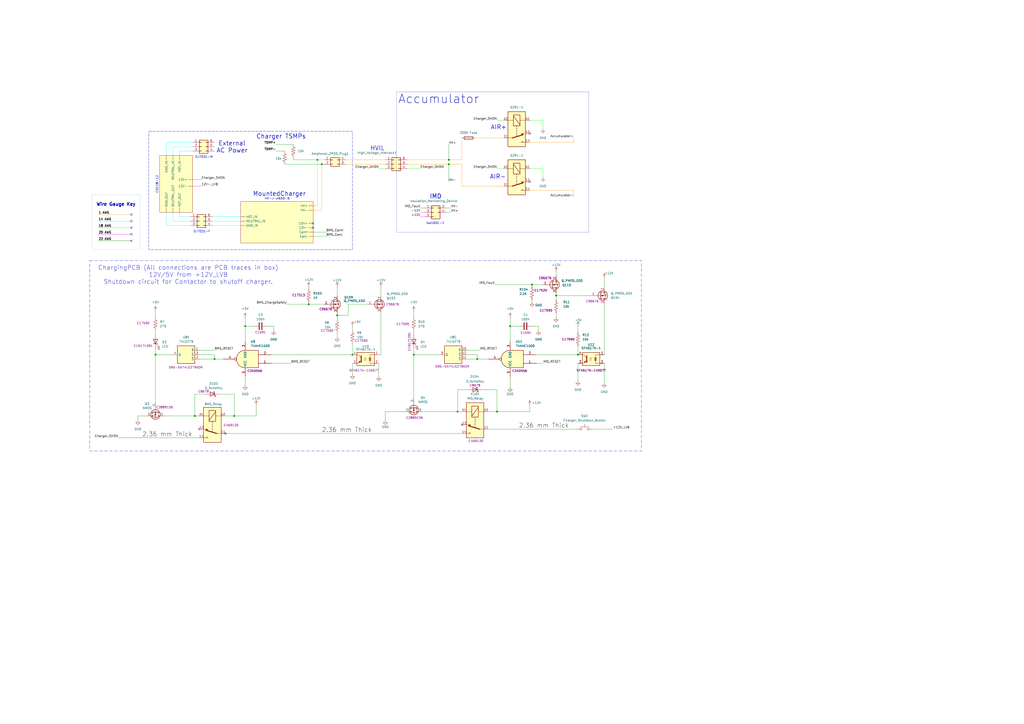
<source format=kicad_sch>
(kicad_sch (version 20250114) (generator "eeschema") (generator_version "9.0")
  (paper "A2")
  (lib_symbols
    (symbol "74xGxx:74AHC1G00"
      (property "Reference" "U" (at -2.54 3.81 0))
      (property "Value" "74AHC1G00" (at 0 -3.81 0))
      (symbol "74AHC1G00_1_1"
        (pin input line (at -15.24 2.54 0) (length 7.62) (name "~") (number "1"))
        (pin input line (at -15.24 -2.54 0) (length 7.62) (name "~") (number "2"))
        (pin power_in line (at 0 10.16 270) (length 5.08) (name "VCC") (number "5"))
        (pin power_in line (at 0 -10.16 90) (length 5.08) (name "GND") (number "3"))
        (pin output inverted (at 12.7 0 180) (length 7.62) (name "~") (number "4"))
      )
    )
    (symbol "74xx:74LS279"
      (property "Reference" "U" (at -7.874 8.636 0))
      (property "Value" "74LS279" (at -4.318 -8.636 0))
      (symbol "74LS279_1_1"
        (pin input line (at -7.62 2.54 0) (length 2.54) (name "~{S}") (number "2"))
        (pin input line (at -7.62 0 0) (length 2.54) (name "~{S}") (number "3"))
        (pin input line (at -7.62 -2.54 0) (length 2.54) (name "~{R}") (number "1"))
        (pin output line (at 7.62 0 180) (length 2.54) (name "Q") (number "4"))
      )
      (symbol "74LS279_2_1"
        (pin input line (at -7.62 2.54 0) (length 2.54) (name "~{S}") (number "6"))
        (pin input line (at -7.62 -2.54 0) (length 2.54) (name "~{R}") (number "5"))
        (pin output line (at 7.62 0 180) (length 2.54) (name "Q") (number "7"))
      )
      (symbol "74LS279_3_1"
        (pin input line (at -7.62 2.54 0) (length 2.54) (name "~{S}") (number "11"))
        (pin input line (at -7.62 0 0) (length 2.54) (name "~{S}") (number "12"))
        (pin input line (at -7.62 -2.54 0) (length 2.54) (name "~{R}") (number "10"))
        (pin output line (at 7.62 0 180) (length 2.54) (name "Q") (number "9"))
      )
      (symbol "74LS279_4_1"
        (pin input line (at -7.62 2.54 0) (length 2.54) (name "~{S}") (number "15"))
        (pin input line (at -7.62 -2.54 0) (length 2.54) (name "~{R}") (number "14"))
        (pin output line (at 7.62 0 180) (length 2.54) (name "Q") (number "13"))
      )
      (symbol "74LS279_5_0"
        (pin power_in line (at 0 10.16 270) (length 2.54) (name "VCC") (number "16"))
        (pin power_in line (at 0 -10.16 90) (length 2.54) (name "GND") (number "8"))
      )
    )
    (symbol "Connector_Generic:Conn_02x02_Counter_Clockwise" (pin_names (offset 1.016) (hide yes))
      (property "Reference" "J" (at 1.27 2.54 0))
      (property "Value" "Conn_02x02_Counter_Clockwise" (at 1.27 -5.08 0))
      (symbol "Conn_02x02_Counter_Clockwise_1_1"
        (pin passive line (at -5.08 0 0) (length 3.81) (name "Pin_1") (number "1"))
        (pin passive line (at -5.08 -2.54 0) (length 3.81) (name "Pin_2") (number "2"))
        (pin passive line (at 7.62 0 180) (length 3.81) (name "Pin_4") (number "4"))
        (pin passive line (at 7.62 -2.54 180) (length 3.81) (name "Pin_3") (number "3"))
      )
    )
    (symbol "Connector_Generic:Conn_02x03_Counter_Clockwise" (pin_names (offset 1.016) (hide yes))
      (property "Reference" "J" (at 1.27 5.08 0))
      (property "Value" "Conn_02x03_Counter_Clockwise" (at 1.27 -5.08 0))
      (symbol "Conn_02x03_Counter_Clockwise_1_1"
        (pin passive line (at -5.08 2.54 0) (length 3.81) (name "Pin_1") (number "1"))
        (pin passive line (at -5.08 0 0) (length 3.81) (name "Pin_2") (number "2"))
        (pin passive line (at -5.08 -2.54 0) (length 3.81) (name "Pin_3") (number "3"))
        (pin passive line (at 7.62 2.54 180) (length 3.81) (name "Pin_6") (number "6"))
        (pin passive line (at 7.62 0 180) (length 3.81) (name "Pin_5") (number "5"))
        (pin passive line (at 7.62 -2.54 180) (length 3.81) (name "Pin_4") (number "4"))
      )
    )
    (symbol "Connector_Generic:Conn_2Rows-05Pins" (pin_names (offset 1.016) (hide yes))
      (property "Reference" "J" (at 1.27 5.08 0))
      (property "Value" "Conn_2Rows-05Pins" (at 1.27 -5.08 0))
      (symbol "Conn_2Rows-05Pins_1_1"
        (pin passive line (at -5.08 2.54 0) (length 3.81) (name "Pin_1") (number "1"))
        (pin passive line (at -5.08 0 0) (length 3.81) (name "Pin_3") (number "3"))
        (pin passive line (at -5.08 -2.54 0) (length 3.81) (name "Pin_5") (number "5"))
        (pin passive line (at 7.62 2.54 180) (length 3.81) (name "Pin_2") (number "2"))
        (pin passive line (at 7.62 0 180) (length 3.81) (name "Pin_4") (number "4"))
      )
    )
    (symbol "Device:C" (pin_numbers (hide yes)) (pin_names (offset 0.254))
      (property "Reference" "C" (at 0.635 2.54 0))
      (property "Value" "C" (at 0.635 -2.54 0))
      (symbol "C_1_1"
        (pin passive line (at 0 3.81 270) (length 2.794) (name "~") (number "1"))
        (pin passive line (at 0 -3.81 90) (length 2.794) (name "~") (number "2"))
      )
    )
    (symbol "Device:D_Schottky" (pin_numbers (hide yes)) (pin_names (offset 1.016) (hide yes))
      (property "Reference" "D" (at 0 2.54 0))
      (property "Value" "D_Schottky" (at 0 -2.54 0))
      (symbol "D_Schottky_1_1"
        (pin passive line (at -3.81 0 0) (length 2.54) (name "K") (number "1"))
        (pin passive line (at 3.81 0 180) (length 2.54) (name "A") (number "2"))
      )
    )
    (symbol "Device:Fuse" (pin_numbers (hide yes)) (pin_names (offset 0))
      (property "Reference" "F" (at 2.032 0 90))
      (property "Value" "Fuse" (at -1.905 0 90))
      (symbol "Fuse_1_1"
        (pin passive line (at 0 3.81 270) (length 1.27) (name "~") (number "1"))
        (pin passive line (at 0 -3.81 90) (length 1.27) (name "~") (number "2"))
      )
    )
    (symbol "Device:LED" (pin_numbers (hide yes)) (pin_names (offset 1.016) (hide yes))
      (property "Reference" "D" (at 0 2.54 0))
      (property "Value" "LED" (at 0 -2.54 0))
      (symbol "LED_1_1"
        (pin passive line (at -3.81 0 0) (length 2.54) (name "K") (number "1"))
        (pin passive line (at 3.81 0 180) (length 2.54) (name "A") (number "2"))
      )
    )
    (symbol "Device:R_US" (pin_numbers (hide yes)) (pin_names (offset 0))
      (property "Reference" "R" (at 2.54 0 90))
      (property "Value" "R_US" (at -2.54 0 90))
      (symbol "R_US_1_1"
        (pin passive line (at 0 3.81 270) (length 1.27) (name "~") (number "1"))
        (pin passive line (at 0 -3.81 90) (length 1.27) (name "~") (number "2"))
      )
    )
    (symbol "Isolator:SFH617A-1" (pin_names (offset 1.016))
      (property "Reference" "U" (at -5.08 5.08 0))
      (property "Value" "SFH617A-1" (at 0 5.08 0))
      (symbol "SFH617A-1_1_1"
        (pin passive line (at -7.62 2.54 0) (length 2.54) (name "~") (number "1"))
        (pin passive line (at -7.62 -2.54 0) (length 2.54) (name "~") (number "2"))
        (pin passive line (at 7.62 2.54 180) (length 2.54) (name "~") (number "4"))
        (pin passive line (at 7.62 -2.54 180) (length 2.54) (name "~") (number "3"))
      )
    )
    (symbol "New_Library:CDC18-12"
      (symbol "CDC18-12_1_1"
        (pin input line (at -16.51 6.35 0) (length 2.54) (name "HOT_IN") (number ""))
        (pin input line (at -16.51 2.54 0) (length 2.54) (name "NEUTRAL_IN") (number ""))
        (pin input line (at -16.51 -1.27 0) (length 2.54) (name "GND_IN") (number ""))
        (pin input line (at -2.54 13.97 270) (length 2.54) (name "12V+") (number ""))
        (pin output line (at 1.27 13.97 270) (length 2.54) (name "12V-") (number ""))
        (pin output line (at 16.51 6.35 180) (length 2.54) (name "HOT_OUT") (number ""))
        (pin output line (at 16.51 2.54 180) (length 2.54) (name "NEUTRAL_OUT") (number ""))
        (pin output line (at 16.51 -1.27 180) (length 2.54) (name "GND_OUT") (number ""))
      )
    )
    (symbol "New_Library:ElCon_Charger"
      (symbol "ElCon_Charger_1_1"
        (pin input line (at -10.16 -8.89 0) (length 2.54) (name "HOT_IN") (number ""))
        (pin input line (at -10.16 -11.43 0) (length 2.54) (name "NEUTRAL_IN") (number ""))
        (pin input line (at -10.16 -13.97 0) (length 2.54) (name "GND_IN") (number ""))
        (pin output line (at 31.75 -2.54 180) (length 2.54) (name "HV+") (number ""))
        (pin output line (at 31.75 -5.08 180) (length 2.54) (name "HV-") (number ""))
        (pin output line (at 31.75 -12.7 180) (length 2.54) (name "12V+") (number ""))
        (pin output line (at 31.75 -15.24 180) (length 2.54) (name "12V-") (number ""))
        (pin output line (at 31.75 -17.78 180) (length 2.54) (name "CanH") (number ""))
        (pin output line (at 31.75 -20.32 180) (length 2.54) (name "CanL") (number ""))
      )
    )
    (symbol "Relay:G2RL-1"
      (property "Reference" "K" (at 11.43 3.81 0))
      (property "Value" "G2RL-1" (at 11.43 1.27 0))
      (symbol "G2RL-1_1_1"
        (pin passive line (at -5.08 7.62 270) (length 2.54) (name "~") (number "A1"))
        (pin passive line (at -5.08 -7.62 90) (length 2.54) (name "~") (number "A2"))
        (pin passive line (at 2.54 7.62 270) (length 2.54) (name "~") (number "12"))
        (pin passive line (at 5.08 -7.62 90) (length 2.54) (name "~") (number "11"))
        (pin passive line (at 7.62 7.62 270) (length 2.54) (name "~") (number "14"))
      )
    )
    (symbol "Simulation_SPICE:NMOS" (pin_numbers (hide yes)) (pin_names (offset 0))
      (property "Reference" "Q" (at 5.08 1.27 0))
      (property "Value" "NMOS" (at 5.08 -1.27 0))
      (symbol "NMOS_1_1"
        (pin input line (at -5.08 0 0) (length 2.54) (name "G") (number "2"))
        (pin passive line (at 2.54 5.08 270) (length 2.54) (name "D") (number "1"))
        (pin passive line (at 2.54 -5.08 90) (length 2.54) (name "S") (number "3"))
      )
    )
    (symbol "Switch:SW_Push" (pin_numbers (hide yes)) (pin_names (offset 1.016) (hide yes))
      (property "Reference" "SW" (at 1.27 2.54 0))
      (property "Value" "SW_Push" (at 0 -1.524 0))
      (symbol "SW_Push_0_1"
        (pin passive line (at -5.08 0 0) (length 2.54) (name "1") (number "1"))
        (pin passive line (at 5.08 0 180) (length 2.54) (name "2") (number "2"))
      )
    )
    (symbol "Transistor_FET:Q_PMOS_GSD" (pin_names (offset 0) (hide yes))
      (property "Reference" "Q" (at 5.08 1.905 0))
      (property "Value" "Q_PMOS_GSD" (at 5.08 0 0))
      (symbol "Q_PMOS_GSD_1_1"
        (pin input line (at -5.08 0 0) (length 2.54) (name "G") (number "1"))
        (pin passive line (at 2.54 5.08 270) (length 2.54) (name "D") (number "3"))
        (pin passive line (at 2.54 -5.08 90) (length 2.54) (name "S") (number "2"))
      )
    )
    (symbol "power:+12V" (power) (pin_numbers (hide yes)) (pin_names (offset 0) (hide yes))
      (property "Value" "+12V" (at 0 3.556 0))
      (symbol "+12V_1_1"
        (pin power_in line (at 0 0 90) (length 0) (name "~") (number "1"))
      )
    )
    (symbol "power:+5V" (power) (pin_numbers (hide yes)) (pin_names (offset 0) (hide yes))
      (property "Value" "+5V" (at 0 3.556 0))
      (symbol "+5V_1_1"
        (pin power_in line (at 0 0 90) (length 0) (name "~") (number "1"))
      )
    )
    (symbol "power:GND" (power) (pin_numbers (hide yes)) (pin_names (offset 0) (hide yes))
      (property "Value" "GND" (at 0 -3.81 0))
      (symbol "GND_1_1"
        (pin power_in line (at 0 0 270) (length 0) (name "~") (number "1"))
      )
    )
    (symbol "power:GNDREF" (power) (pin_numbers (hide yes)) (pin_names (offset 0) (hide yes))
      (property "Value" "GNDREF" (at 0 -3.81 0))
      (symbol "GNDREF_1_1"
        (pin power_in line (at 0 0 270) (length 0) (name "~") (number "1"))
      )
    )
  )
  (rectangle (start 52.07 151.13) (end 372.11 261.62) (stroke (width 0) (type dash_dot)))
  (rectangle (start 86.36 76.2) (end 204.47 144.78) (stroke (width 0) (type dash)))
  (text "Wire Gauge Key" (at 67.31 118.618 0) (effects (font (size 1.905 1.905) (thickness 0.381) (bold yes))))
  (text "IMD" (at 252.73 114.046 0) (effects (font (size 2.54 2.54) (thickness 0.3175))))
  (text "MountedCharger" (at 162.052 112.522 0) (effects (font (size 2.54 2.54) (thickness 0.254) (bold yes))))
  (text "External\nAC Power" (at 134.62 85.344 0) (effects (font (size 2.54 2.54) (thickness 0.254) (bold yes))))
  (text "AIR+" (at 289.306 73.914 0) (effects (font (size 2.54 2.54) (thickness 0.254) (bold yes))))
  (text "HK-J-H650-6" (at 160.782 115.316 0) (effects (font (size 1.27 1.27))))
  (text "DJ7031-F" (at 117.094 134.366 0) (effects (font (size 1.27 1.27))))
  (text "CDC18-12" (at 91.186 106.934 90) (effects (font (size 1.27 1.27))))
  (text "iso165C-1" (at 252.476 129.54 0) (effects (font (size 1.27 1.27))))
  (text "ChargingPCB (All connections are PCB traces in box)\n12V/5V from +12V_LVB\nShutdown circuit for Contactor to shutoff charger." (at 109.22 159.512 0) (effects (font (size 2.54 2.54))))
  (text "Charger TSMPs" (at 163.068 79.248 0) (effects (font (size 2.54 2.54) (thickness 0.254) (bold yes))))
  (text "DJ7031-M" (at 118.364 91.186 0) (effects (font (size 1.27 1.27))))
  (text "HVIL" (at 218.948 86.106 0) (effects (font (size 2.54 2.54) (thickness 0.254) (bold yes))))
  (text "AIR-" (at 288.798 102.616 0) (effects (font (size 2.54 2.54) (thickness 0.254) (bold yes))))
  (text_box "" (at 53.34 113.03 0) (size 27.94 31.75) (margins 0.9525 0.9525 0.9525 0.9525) (stroke (width 0) (type dot)) (fill (type color) (color 255 255 255 1)) (effects (font (size 1.27 1.27) (thickness 0.254) (bold yes)) (justify left top)))
  (text_box "Accumulator" (at 229.87 53.34 0) (size 111.76 81.28) (margins 0.9525 0.9525 0.9525 0.9525) (stroke (width 0.0508)) (fill (type color) (color 255 255 255 1)) (effects (font (size 5.08 5.08) (thickness 0.254) (bold yes)) (justify left top)))
  (junction (at 265.43 238.76))
  (junction (at 142.24 189.23))
  (junction (at 124.46 208.28))
  (junction (at 179.07 176.53))
  (junction (at 130.81 251.46))
  (junction (at 260.35 92.71))
  (junction (at 288.29 238.76))
  (junction (at 113.03 241.3))
  (junction (at 135.89 241.3))
  (junction (at 308.61 165.1))
  (junction (at 295.91 189.23))
  (junction (at 184.15 92.71))
  (junction (at 204.47 205.74))
  (junction (at 240.03 205.74))
  (junction (at 186.69 95.25))
  (junction (at 322.58 171.45))
  (junction (at 90.17 205.74))
  (junction (at 195.58 182.88))
  (junction (at 335.28 205.74))
  (junction (at 260.35 95.25))
  (junction (at 276.86 208.28))
  (no_connect (at 307.34 105.41))
  (no_connect (at 76.2 128.27))
  (no_connect (at 115.57 248.92))
  (no_connect (at 267.97 246.38))
  (no_connect (at 76.2 139.7))
  (no_connect (at 181.61 132.08))
  (no_connect (at 76.2 124.46))
  (no_connect (at 181.61 129.54))
  (no_connect (at 307.34 77.47))
  (no_connect (at 76.2 135.89))
  (no_connect (at 76.2 132.08))
  (wire (pts (xy 96.52 130.81) (xy 110.49 130.81)) (stroke (width 0) (color 0 255 255 1)))
  (wire (pts (xy 142.24 184.15) (xy 142.24 189.23)))
  (wire (pts (xy 240.03 205.74) (xy 240.03 231.14)))
  (wire (pts (xy 104.14 123.19) (xy 104.14 125.73)) (stroke (width 0) (color 0 255 255 1)))
  (wire (pts (xy 240.03 191.77) (xy 240.03 194.31)))
  (wire (pts (xy 246.38 120.65) (xy 243.84 120.65)))
  (wire (pts (xy 142.24 218.44) (xy 142.24 223.52)))
  (wire (pts (xy 130.81 251.46) (xy 267.97 251.46)))
  (wire (pts (xy 170.18 92.71) (xy 170.18 91.44)))
  (wire (pts (xy 195.58 195.58) (xy 195.58 193.04)))
  (wire (pts (xy 335.28 210.82) (xy 335.28 220.98)))
  (wire (pts (xy 265.43 238.76) (xy 265.43 226.06)))
  (wire (pts (xy 186.69 95.25) (xy 187.96 95.25)) (stroke (width 0) (color 0 132 0 1)))
  (wire (pts (xy 335.28 189.23) (xy 335.28 193.04)))
  (wire (pts (xy 260.35 95.25) (xy 267.97 95.25)) (stroke (width 0) (color 255 153 0 1)))
  (wire (pts (xy 276.86 205.74) (xy 276.86 208.28)))
  (wire (pts (xy 265.43 226.06) (xy 271.78 226.06)))
  (wire (pts (xy 195.58 182.88) (xy 201.93 182.88)))
  (wire (pts (xy 223.52 95.25) (xy 200.66 95.25)) (stroke (width 0) (color 255 153 0 1)))
  (wire (pts (xy 240.03 205.74) (xy 240.03 201.93)))
  (wire (pts (xy 170.18 92.71) (xy 184.15 92.71)) (stroke (width 0) (color 0 194 0 1)))
  (wire (pts (xy 115.57 203.2) (xy 124.46 203.2)))
  (wire (pts (xy 295.91 184.15) (xy 295.91 189.23)))
  (wire (pts (xy 220.98 205.74) (xy 219.71 205.74)))
  (wire (pts (xy 287.02 165.1) (xy 308.61 165.1)))
  (wire (pts (xy 276.86 208.28) (xy 283.21 208.28)))
  (wire (pts (xy 57.15 135.89) (xy 76.2 135.89)) (stroke (width 0) (color 255 0 255 1)))
  (wire (pts (xy 311.15 205.74) (xy 335.28 205.74)))
  (wire (pts (xy 288.29 238.76) (xy 307.34 238.76)))
  (wire (pts (xy 275.59 80.01) (xy 292.1 80.01)) (stroke (width 0) (color 255 153 0 1)))
  (wire (pts (xy 219.71 210.82) (xy 219.71 218.44)))
  (wire (pts (xy 90.17 205.74) (xy 90.17 201.93)))
  (wire (pts (xy 148.59 241.3) (xy 135.89 241.3)))
  (wire (pts (xy 195.58 185.42) (xy 195.58 182.88)))
  (wire (pts (xy 165.1 95.25) (xy 186.69 95.25)) (stroke (width 0) (color 0 194 0 1)))
  (wire (pts (xy 350.52 176.53) (xy 350.52 205.74)))
  (wire (pts (xy 179.07 175.26) (xy 179.07 176.53)))
  (wire (pts (xy 332.74 114.3) (xy 332.74 110.49)) (stroke (width 0) (color 255 153 0 1)))
  (wire (pts (xy 179.07 166.37) (xy 179.07 167.64)))
  (wire (pts (xy 295.91 189.23) (xy 295.91 198.12)))
  (wire (pts (xy 260.35 95.25) (xy 260.35 105.41)))
  (wire (pts (xy 322.58 184.15) (xy 322.58 181.61)))
  (wire (pts (xy 95.25 241.3) (xy 113.03 241.3)))
  (wire (pts (xy 104.14 87.63) (xy 111.76 87.63)) (stroke (width 0) (color 0 255 255 1)))
  (wire (pts (xy 288.29 97.79) (xy 292.1 97.79)) (stroke (width 0) (color 0 255 0 1)))
  (wire (pts (xy 157.48 210.82) (xy 168.91 210.82)))
  (wire (pts (xy 160.02 83.82) (xy 170.18 83.82)))
  (wire (pts (xy 295.91 189.23) (xy 300.99 189.23)))
  (wire (pts (xy 113.03 228.6) (xy 113.03 241.3)))
  (wire (pts (xy 160.02 87.63) (xy 165.1 87.63)))
  (wire (pts (xy 307.34 69.85) (xy 314.96 69.85)) (stroke (width 0) (color 0 255 0 1)))
  (wire (pts (xy 267.97 80.01) (xy 267.97 92.71)) (stroke (width 0) (color 255 153 0 1)))
  (wire (pts (xy 80.01 241.3) (xy 85.09 241.3)))
  (wire (pts (xy 181.61 119.38) (xy 184.15 119.38)) (stroke (width 0) (color 255 153 0 1)))
  (wire (pts (xy 279.4 226.06) (xy 288.29 226.06)))
  (wire (pts (xy 119.38 228.6) (xy 113.03 228.6)))
  (wire (pts (xy 115.57 241.3) (xy 113.03 241.3)))
  (wire (pts (xy 307.34 97.79) (xy 314.96 97.79)) (stroke (width 0) (color 0 255 0 1)))
  (wire (pts (xy 270.51 208.28) (xy 276.86 208.28)))
  (wire (pts (xy 135.89 241.3) (xy 130.81 241.3)))
  (wire (pts (xy 246.38 125.73) (xy 243.84 125.73)) (stroke (width 0) (color 255 0 255 1)))
  (wire (pts (xy 270.51 205.74) (xy 276.86 205.74)))
  (wire (pts (xy 186.69 95.25) (xy 186.69 121.92)) (stroke (width 0) (color 255 153 0 1)))
  (wire (pts (xy 261.62 120.65) (xy 259.08 120.65)))
  (wire (pts (xy 111.76 104.14) (xy 116.84 104.14)) (stroke (width 0) (color 255 0 255 1)))
  (wire (pts (xy 166.37 176.53) (xy 179.07 176.53)))
  (wire (pts (xy 350.52 210.82) (xy 350.52 222.25)))
  (wire (pts (xy 96.52 130.81) (xy 96.52 123.19)) (stroke (width 0) (color 0 255 255 1)))
  (wire (pts (xy 260.35 83.82) (xy 260.35 92.71)))
  (wire (pts (xy 332.74 110.49) (xy 307.34 110.49)) (stroke (width 0) (color 255 153 0 1)))
  (wire (pts (xy 240.03 180.34) (xy 240.03 184.15)))
  (wire (pts (xy 100.33 90.17) (xy 100.33 85.09)) (stroke (width 0) (color 0 255 255 1)))
  (wire (pts (xy 223.52 238.76) (xy 223.52 243.84)))
  (wire (pts (xy 204.47 210.82) (xy 204.47 217.17)))
  (wire (pts (xy 80.01 241.3) (xy 80.01 243.84)))
  (wire (pts (xy 181.61 134.62) (xy 189.23 134.62)))
  (wire (pts (xy 236.22 95.25) (xy 260.35 95.25)) (stroke (width 0) (color 255 153 0 1)))
  (wire (pts (xy 260.35 92.71) (xy 267.97 92.71)) (stroke (width 0) (color 255 153 0 1)))
  (wire (pts (xy 90.17 191.77) (xy 90.17 194.31)))
  (wire (pts (xy 204.47 189.23) (xy 204.47 191.77)))
  (wire (pts (xy 179.07 176.53) (xy 187.96 176.53)))
  (wire (pts (xy 127 228.6) (xy 135.89 228.6)))
  (wire (pts (xy 104.14 90.17) (xy 104.14 87.63)) (stroke (width 0) (color 0 255 255 1)))
  (wire (pts (xy 100.33 128.27) (xy 110.49 128.27)) (stroke (width 0) (color 0 255 255 1)))
  (wire (pts (xy 332.74 82.55) (xy 332.74 80.01)) (stroke (width 0) (color 255 153 0 1)))
  (wire (pts (xy 322.58 157.48) (xy 322.58 160.02)))
  (wire (pts (xy 322.58 171.45) (xy 342.9 171.45)))
  (wire (pts (xy 288.29 69.85) (xy 292.1 69.85)) (stroke (width 0) (color 0 255 0 1)))
  (wire (pts (xy 322.58 170.18) (xy 322.58 171.45)))
  (wire (pts (xy 350.52 161.29) (xy 350.52 166.37)))
  (wire (pts (xy 219.71 97.79) (xy 223.52 97.79)) (stroke (width 0) (color 0 255 0 1)))
  (wire (pts (xy 308.61 166.37) (xy 308.61 165.1)))
  (wire (pts (xy 344.17 248.92) (xy 355.6 248.92)))
  (wire (pts (xy 240.03 205.74) (xy 255.27 205.74)))
  (wire (pts (xy 104.14 125.73) (xy 110.49 125.73)) (stroke (width 0) (color 0 255 255 1)))
  (wire (pts (xy 181.61 121.92) (xy 186.69 121.92)) (stroke (width 0) (color 255 153 0 1)))
  (wire (pts (xy 322.58 173.99) (xy 322.58 171.45)))
  (wire (pts (xy 123.19 128.27) (xy 139.7 128.27)) (stroke (width 0) (color 0 255 255 1)))
  (wire (pts (xy 142.24 189.23) (xy 142.24 198.12)))
  (wire (pts (xy 314.96 97.79) (xy 314.96 102.87)) (stroke (width 0) (color 0 255 0 1)))
  (wire (pts (xy 123.19 125.73) (xy 139.7 125.73)) (stroke (width 0) (color 0 255 255 1)))
  (wire (pts (xy 314.96 69.85) (xy 314.96 74.93)) (stroke (width 0) (color 0 255 0 1)))
  (wire (pts (xy 204.47 199.39) (xy 204.47 205.74)))
  (wire (pts (xy 308.61 165.1) (xy 314.96 165.1)))
  (wire (pts (xy 57.15 139.7) (xy 76.2 139.7)))
  (wire (pts (xy 223.52 92.71) (xy 200.66 92.71)) (stroke (width 0) (color 255 153 0 1)))
  (wire (pts (xy 124.46 205.74) (xy 115.57 205.74)))
  (wire (pts (xy 332.74 82.55) (xy 307.34 82.55)) (stroke (width 0) (color 255 153 0 1)))
  (wire (pts (xy 234.95 238.76) (xy 223.52 238.76)))
  (wire (pts (xy 288.29 238.76) (xy 283.21 238.76)))
  (wire (pts (xy 124.46 208.28) (xy 129.54 208.28)))
  (wire (pts (xy 129.54 251.46) (xy 130.81 251.46)))
  (wire (pts (xy 246.38 123.19) (xy 243.84 123.19)) (stroke (width 0) (color 255 0 255 1)))
  (wire (pts (xy 195.58 181.61) (xy 195.58 182.88)))
  (wire (pts (xy 90.17 180.34) (xy 90.17 184.15)))
  (wire (pts (xy 90.17 205.74) (xy 100.33 205.74)))
  (wire (pts (xy 184.15 92.71) (xy 187.96 92.71)) (stroke (width 0) (color 255 153 0 1)))
  (wire (pts (xy 135.89 228.6) (xy 135.89 241.3)))
  (wire (pts (xy 270.51 203.2) (xy 278.13 203.2)))
  (wire (pts (xy 154.94 189.23) (xy 158.75 189.23)))
  (wire (pts (xy 312.42 189.23) (xy 312.42 191.77)))
  (wire (pts (xy 100.33 85.09) (xy 111.76 85.09)) (stroke (width 0) (color 0 255 255 1)))
  (wire (pts (xy 157.48 205.74) (xy 204.47 205.74)))
  (wire (pts (xy 57.15 124.46) (xy 76.2 124.46)) (stroke (width 0) (color 255 153 0 1)))
  (wire (pts (xy 308.61 189.23) (xy 312.42 189.23)))
  (wire (pts (xy 288.29 226.06) (xy 288.29 238.76)))
  (wire (pts (xy 124.46 208.28) (xy 124.46 205.74)))
  (wire (pts (xy 236.22 97.79) (xy 243.84 97.79)) (stroke (width 0) (color 0 255 0 1)))
  (wire (pts (xy 236.22 92.71) (xy 260.35 92.71)) (stroke (width 0) (color 255 153 0 1)))
  (wire (pts (xy 261.62 123.19) (xy 259.08 123.19)))
  (wire (pts (xy 201.93 182.88) (xy 201.93 176.53)))
  (wire (pts (xy 123.19 130.81) (xy 139.7 130.81)) (stroke (width 0) (color 0 255 255 1)))
  (wire (pts (xy 220.98 166.37) (xy 220.98 171.45)))
  (wire (pts (xy 245.11 238.76) (xy 265.43 238.76)))
  (wire (pts (xy 148.59 234.95) (xy 148.59 241.3)))
  (wire (pts (xy 111.76 107.95) (xy 116.84 107.95)) (stroke (width 0) (color 255 0 255 1)))
  (wire (pts (xy 68.58 254) (xy 115.57 254)))
  (wire (pts (xy 158.75 189.23) (xy 158.75 191.77)))
  (wire (pts (xy 220.98 181.61) (xy 220.98 205.74)))
  (wire (pts (xy 267.97 107.95) (xy 292.1 107.95)) (stroke (width 0) (color 255 153 0 1)))
  (wire (pts (xy 295.91 218.44) (xy 295.91 224.79)))
  (wire (pts (xy 307.34 234.95) (xy 307.34 238.76)))
  (wire (pts (xy 184.15 92.71) (xy 184.15 119.38)) (stroke (width 0) (color 255 153 0 1)))
  (wire (pts (xy 100.33 128.27) (xy 100.33 123.19)) (stroke (width 0) (color 0 255 255 1)))
  (wire (pts (xy 201.93 176.53) (xy 213.36 176.53)))
  (wire (pts (xy 115.57 208.28) (xy 124.46 208.28)))
  (wire (pts (xy 195.58 166.37) (xy 195.58 171.45)))
  (wire (pts (xy 267.97 95.25) (xy 267.97 107.95)) (stroke (width 0) (color 255 153 0 1)))
  (wire (pts (xy 311.15 210.82) (xy 314.96 210.82)))
  (wire (pts (xy 96.52 90.17) (xy 96.52 82.55)) (stroke (width 0) (color 0 255 255 1)))
  (wire (pts (xy 181.61 137.16) (xy 189.23 137.16)))
  (wire (pts (xy 57.15 132.08) (xy 76.2 132.08)) (stroke (width 0) (color 0 255 0 1)))
  (wire (pts (xy 90.17 205.74) (xy 90.17 233.68)))
  (wire (pts (xy 142.24 189.23) (xy 147.32 189.23)))
  (wire (pts (xy 283.21 248.92) (xy 334.01 248.92)))
  (wire (pts (xy 308.61 175.26) (xy 308.61 173.99)))
  (wire (pts (xy 335.28 200.66) (xy 335.28 205.74)))
  (wire (pts (xy 267.97 238.76) (xy 265.43 238.76)))
  (wire (pts (xy 57.15 128.27) (xy 76.2 128.27)) (stroke (width 0) (color 0 255 255 1)))
  (wire (pts (xy 96.52 82.55) (xy 111.76 82.55)) (stroke (width 0) (color 0 255 255 1)))
  (label "IMD_Fault" (at 243.84 120.65 180))
  (label "Charger_SHDN" (at 288.29 97.79 180) (effects (font (thickness 0.1588))))
  (label "Charger_SHDN" (at 288.29 69.85 180) (effects (font (thickness 0.1588))))
  (label "22 AWG" (at 57.15 139.7 0) (effects (font (thickness 0.254) (bold yes))))
  (label "IMD_RESET" (at 278.13 203.2 0))
  (label "1 AWG" (at 57.15 124.46 0) (effects (font (thickness 0.254) (bold yes))))
  (label "14 AWG" (at 57.15 128.27 0) (effects (font (thickness 0.254) (bold yes))))
  (label "HV-" (at 260.35 105.41 0) (effects (font (thickness 0.1588))))
  (label "Charger_SHDN" (at 68.58 254 180))
  (label "2.36 mm Thick" (at 82.55 254 0) (effects (font (size 2.54 2.54))))
  (label "BMS_RESET" (at 168.91 210.82 0))
  (label "HV+" (at 260.35 83.82 0) (effects (font (thickness 0.1588))))
  (label "+12V" (at 243.84 125.73 180))
  (label "IMD_Fault" (at 287.02 165.1 180))
  (label "HV+" (at 261.62 123.19 0) (effects (font (thickness 0.1588))))
  (label "18 AWG" (at 57.15 132.08 0) (effects (font (thickness 0.254) (bold yes))))
  (label "TSMP+" (at 160.02 83.82 180) (effects (font (thickness 0.254) (bold yes))))
  (label "+12V_LVB" (at 355.6 248.92 0))
  (label "Accumulator+" (at 332.74 80.01 180))
  (label "Charger_SHDN" (at 116.84 104.14 0))
  (label "Charger_SHDN" (at 243.84 97.79 0) (effects (font (thickness 0.1588))))
  (label "Charger_SHDN" (at 219.71 97.79 180) (effects (font (thickness 0.1588))))
  (label "20 AWG" (at 57.15 135.89 0) (effects (font (thickness 0.254) (bold yes))))
  (label "BMS_RESET" (at 124.46 203.2 0))
  (label "BMS_CanL" (at 189.23 137.16 0) (effects (font (thickness 0.1588))))
  (label "12V-_LVB" (at 116.84 107.95 0))
  (label "HV-" (at 261.62 120.65 0) (effects (font (thickness 0.1588))))
  (label "Accumulator-" (at 332.74 114.3 180))
  (label "-12V" (at 243.84 123.19 180))
  (label "2.36 mm Thick" (at 186.69 251.46 0) (effects (font (size 2.54 2.54))))
  (label "BMS_ChargeSafety" (at 166.37 176.53 180))
  (label "BMS_CanH" (at 189.23 134.62 0) (effects (font (thickness 0.1588))))
  (label "2.36 mm Thick" (at 300.99 248.92 0) (effects (font (size 2.54 2.54))))
  (label "TSMP-" (at 160.02 87.63 180) (effects (font (thickness 0.254) (bold yes))))
  (label "IMD_RESET" (at 314.96 210.82 0))
  (symbol (lib_id "power:+12V") (at 350.52 161.29 0) (unit 1)
    (property "Reference" "#PWR0112" (effects (hide yes)))
    (property "Value" "+12V" (at 353.314 158.496 0))
    (property "Description" "Power symbol creates a global label with name \"+12V\"" (effects (hide yes)))
  )
  (symbol (lib_id "74xGxx:74AHC1G00") (at 295.91 208.28 180) (unit 1)
    (property "Reference" "U11" (at 299.0281 198.12 0) (effects (justify right)))
    (property "Value" "74AHC1G00" (at 299.0281 200.66 0) (effects (justify right)))
    (property "Footprint" "Package_TO_SOT_SMD:SOT-23-5" (effects (hide yes)))
    (property "Datasheet" "http://www.ti.com/lit/sg/scyt129e/scyt129e.pdf" (effects (hide yes)))
    (property "Description" "Single NAND Gate, Low-Voltage CMOS" (effects (hide yes)))
    (property "JLC#" "C350556" (at 301.498 215.138 0))
  )
  (symbol (lib_id "Transistor_FET:Q_PMOS_GSD") (at 218.44 176.53 0) (mirror x) (unit 1)
    (property "Reference" "Q103" (at 224.282 172.974 0) (effects (justify left)))
    (property "Value" "Q_PMOS_GSD" (at 224.282 170.434 0) (effects (justify left)))
    (property "Footprint" "Library:SOT-523_Custom(C96676)" (effects (hide yes)))
    (property "Datasheet" "https://jlcpcb.com/api/file/downloadByFileSystemAccessId/8586202943637377024" (effects (hide yes)))
    (property "Description" "P-MOSFET transistor, gate/source/drain" (effects (hide yes)))
    (property "JLC#" "C96676" (at 227.838 176.53 0))
  )
  (symbol (lib_id "power:GND") (at 195.58 195.58 0) (unit 1)
    (property "Reference" "#PWR021" (effects (hide yes)))
    (property "Value" "GND" (at 195.58 200.66 0))
    (property "Description" "Power symbol creates a global label with name \"GND\" , ground" (effects (hide yes)))
  )
  (symbol (lib_id "power:+5V") (at 335.28 189.23 0) (unit 1)
    (property "Reference" "#PWR030" (effects (hide yes)))
    (property "Value" "+5V" (at 335.534 185.674 0))
    (property "Description" "Power symbol creates a global label with name \"+5V\"" (effects (hide yes)))
  )
  (symbol (lib_id "power:GND") (at 223.52 243.84 0) (unit 1)
    (property "Reference" "#PWR0110" (effects (hide yes)))
    (property "Value" "GND" (at 223.52 247.65 0))
    (property "Description" "Power symbol creates a global label with name \"GND\" , ground" (effects (hide yes)))
  )
  (symbol (lib_id "power:+12V") (at 322.58 157.48 0) (unit 1)
    (property "Reference" "#PWR0132" (effects (hide yes)))
    (property "Value" "+12V" (at 322.58 153.67 0))
    (property "Description" "Power symbol creates a global label with name \"+12V\"" (effects (hide yes)))
  )
  (symbol (lib_id "Connector_Generic:Conn_02x03_Counter_Clockwise") (at 228.6 95.25 0) (unit 1)
    (property "Reference" "High_Voltage_Interlock1" (at 218.694 88.646 0))
    (property "Value" "Conn_02x03_Counter_Clockwise" (effects (hide yes)))
    (property "Description" "Generic connector, double row, 02x03, counter clockwise pin numbering scheme (similar to DIP package numbering), script generated (kicad-library-utils/schlib/autogen/connector/)" (effects (hide yes)))
  )
  (symbol (lib_id "Device:C") (at 304.8 189.23 90) (unit 1)
    (property "Reference" "C4" (at 304.8 182.626 90))
    (property "Value" "100n" (at 304.8 185.166 90))
    (property "Footprint" "Capacitor_SMD:C_0603_1608Metric_Pad1.08x0.95mm_HandSolder" (effects (hide yes)))
    (property "Description" "Unpolarized capacitor" (effects (hide yes)))
    (property "JLC#" "C1591" (at 305.054 193.04 90))
  )
  (symbol (lib_id "Isolator:SFH617A-1") (at 212.09 208.28 0) (mirror y) (unit 1)
    (property "Reference" "U10" (at 212.09 200.914 0))
    (property "Value" "SFH617A-1" (at 212.09 202.692 0))
    (property "Footprint" "Package_DIP:DIP-4_W7.62mm" (effects (hide yes)))
    (property "Datasheet" "http://www.vishay.com/docs/83740/sfh617a.pdf" (effects (hide yes)))
    (property "Description" "Optocoupler, Phototransistor Output, 5300 VRMS, VCEO 70V, CTR% 40-80, -55 to +110 degree Celsius, UL, BSI, FIMKO, cUL, THT PDIP-4" (effects (hide yes)))
    (property "MOUSER" "SFH617A-1X007T " (at 211.582 214.884 0))
  )
  (symbol (lib_id "power:GNDREF") (at 314.96 102.87 0) (unit 1)
    (property "Reference" "#PWR034" (effects (hide yes)))
    (property "Value" "GND" (at 314.96 107.95 0))
    (property "Description" "Power symbol creates a global label with name \"GNDREF\" , reference supply ground" (effects (hide yes)))
  )
  (symbol (lib_id "Device:R_US") (at 195.58 189.23 0) (unit 1)
    (property "Reference" "R8" (at 188.214 187.198 0) (effects (justify left)))
    (property "Value" "10k" (at 188.214 189.738 0) (effects (justify left)))
    (property "Footprint" "Resistor_SMD:R_0805_2012Metric_Pad1.20x1.40mm_HandSolder" (effects (hide yes)))
    (property "Description" "Resistor, US symbol" (effects (hide yes)))
    (property "JLC#" "C17590" (at 189.738 191.77 0))
  )
  (symbol (lib_id "power:GND") (at 308.61 175.26 0) (unit 1)
    (property "Reference" "#PWR0111" (effects (hide yes)))
    (property "Value" "GND" (at 312.42 177.038 0))
    (property "Description" "Power symbol creates a global label with name \"GND\" , ground" (effects (hide yes)))
  )
  (symbol (lib_id "Relay:G2RL-1") (at 299.72 102.87 270) (unit 1)
    (property "Reference" "K2" (effects (hide yes)))
    (property "Value" "G2RL-1" (at 299.72 90.17 90))
    (property "Footprint" "Relay_THT:Relay_SPDT_Omron_G2RL-1" (effects (hide yes)))
    (property "Datasheet" "https://omronfs.omron.com/en_US/ecb/products/pdf/en-g2rl.pdf" (effects (hide yes)))
    (property "Description" "General Purpose Low Profile Relay SPDT Through Hole, Omron G2RL series, 12A 250VAC" (effects (hide yes)))
  )
  (symbol (lib_id "Device:D_Schottky") (at 275.59 226.06 180) (unit 1)
    (property "Reference" "D104" (at 275.336 218.44 0))
    (property "Value" "D_Schottky" (at 275.59 221.234 0))
    (property "Footprint" "Diode_SMD:D_SMA" (effects (hide yes)))
    (property "Description" "Schottky diode" (effects (hide yes)))
    (property "JLC#" "C8678" (at 275.59 223.52 0))
  )
  (symbol (lib_id "power:GND") (at 350.52 222.25 0) (unit 1)
    (property "Reference" "#PWR032" (effects (hide yes)))
    (property "Value" "GND" (at 350.52 227.33 0))
    (property "Description" "Power symbol creates a global label with name \"GND\" , ground" (effects (hide yes)))
  )
  (symbol (lib_id "Connector_Generic:Conn_02x03_Counter_Clockwise") (at 116.84 85.09 0) (unit 1)
    (property "Reference" "J3" (effects (hide yes)))
    (property "Value" "Conn_02x03_Counter_Clockwise" (effects (hide yes)))
    (property "Description" "Generic connector, double row, 02x03, counter clockwise pin numbering scheme (similar to DIP package numbering), script generated (kicad-library-utils/schlib/autogen/connector/)" (effects (hide yes)))
  )
  (symbol (lib_id "Connector_Generic:Conn_2Rows-05Pins") (at 251.46 123.19 0) (unit 1)
    (property "Reference" "J1" (effects (hide yes)))
    (property "Value" "Insulation_Monitoring_Device" (at 251.46 116.586 0))
    (property "Description" "Generic connector, double row, 05 pins, odd/even pin numbering scheme (row 1 odd numbers, row 2 even numbers), script generated (kicad-library-utils/schlib/autogen/connector/)" (effects (hide yes)))
  )
  (symbol (lib_id "74xx:74LS279") (at 107.95 205.74 180) (unit 1)
    (property "Reference" "U8" (at 107.95 195.58 0))
    (property "Value" "74LS279" (at 107.95 198.12 0))
    (property "Footprint" "Package_SO:SOIC-16_3.9x9.9mm_P1.27mm" (effects (hide yes)))
    (property "Datasheet" "https://www.ti.com/lit/gpn/sn54ls279a" (effects (hide yes)))
    (property "Description" "Quad SR latch, DIP-16/SOIC-16/SOIC-16W" (effects (hide yes)))
    (property "MOUSER" "595-SN74LS279ADR " (at 108.204 213.106 0))
  )
  (symbol (lib_id "Device:R_US") (at 170.18 87.63 0) (unit 1)
    (property "Reference" "10k" (at 172.72 87.6299 0) (effects (justify left)))
    (property "Value" "R_US" (effects (hide yes)))
    (property "Description" "Resistor, US symbol" (effects (hide yes)))
  )
  (symbol (lib_id "power:+12V") (at 220.98 166.37 0) (unit 1)
    (property "Reference" "#PWR0109" (effects (hide yes)))
    (property "Value" "+12V" (at 220.98 162.56 0))
    (property "Description" "Power symbol creates a global label with name \"+12V\"" (effects (hide yes)))
  )
  (symbol (lib_id "Relay:G2RL-1") (at 275.59 243.84 90) (mirror x) (unit 1)
    (property "Reference" "K104" (at 275.59 228.6 90))
    (property "Value" "IMD_Relay" (at 275.59 231.14 90))
    (property "Footprint" "Relay_THT:Relay_SPDT_Omron_G2RL-1" (effects (hide yes)))
    (property "Datasheet" "https://omronfs.omron.com/en_US/ecb/products/pdf/en-g2rl.pdf" (effects (hide yes)))
    (property "Description" "General Purpose Low Profile Relay SPDT Through Hole, Omron G2RL series, 12A 250VAC" (effects (hide yes)))
    (property "JLC#" " C469130" (at 275.59 255.778 90))
  )
  (symbol (lib_id "Switch:SW_Push") (at 339.09 248.92 0) (unit 1)
    (property "Reference" "SW2" (at 339.09 241.3 0))
    (property "Value" "Charger_Shutdown_Button" (at 339.09 243.84 0))
    (property "Description" "Push button switch, generic, two pins" (effects (hide yes)))
  )
  (symbol (lib_id "Device:R_US") (at 240.03 187.96 0) (unit 1)
    (property "Reference" "R10" (at 242.57 186.6899 0) (effects (justify left)))
    (property "Value" "270" (at 242.57 189.2299 0) (effects (justify left)))
    (property "Footprint" "Resistor_SMD:R_0805_2012Metric_Pad1.20x1.40mm_HandSolder" (effects (hide yes)))
    (property "Description" "Resistor, US symbol" (effects (hide yes)))
    (property "JLC#" "C17590" (at 233.68 187.96 0))
  )
  (symbol (lib_id "Simulation_SPICE:NMOS") (at 240.03 236.22 270) (unit 1)
    (property "Reference" "Q4" (at 245.364 230.632 90))
    (property "Value" "NMOS" (at 245.364 233.172 90))
    (property "Footprint" "Package_TO_SOT_SMD:TO-252-2" (effects (hide yes)))
    (property "Datasheet" "https://ngspice.sourceforge.io/docs/ngspice-html-manual/manual.xhtml#cha_MOSFETs" (effects (hide yes)))
    (property "Description" "N-MOSFET transistor, drain/source/gate" (effects (hide yes)))
    (property "Sim.Device" "NMOS" (effects (hide yes)))
    (property "Sim.Type" "VDMOS" (effects (hide yes)))
    (property "Sim.Pins" "1=D 2=G 3=S" (effects (hide yes)))
    (property "JLC#" " C2889156" (at 240.03 242.316 90))
  )
  (symbol (lib_id "Device:LED") (at 240.03 198.12 90) (unit 1)
    (property "Reference" "D4" (at 243.84 198.4374 90) (effects (justify right)))
    (property "Value" "LED" (at 243.84 200.9774 90) (effects (justify right)))
    (property "Footprint" "LED_SMD:LED_0805_2012Metric_Pad1.15x1.40mm_HandSolder" (effects (hide yes)))
    (property "Datasheet" "https://www.mouser.com/datasheet/2/180/IN_S21AT2G_V1_0-2001000.pdf" (effects (hide yes)))
    (property "Description" "Light emitting diode" (effects (hide yes)))
    (property "Sim.Pins" "1=K 2=A" (effects (hide yes)))
    (property "JLC#" "C19171391" (at 237.49 198.12 0))
  )
  (symbol (lib_id "74xx:74LS279") (at 262.89 205.74 180) (unit 3)
    (property "Reference" "U8" (at 262.89 195.58 0))
    (property "Value" "74LS279" (at 262.89 198.12 0))
    (property "Footprint" "Package_SO:SOIC-16_3.9x9.9mm_P1.27mm" (effects (hide yes)))
    (property "Datasheet" "https://www.ti.com/lit/gpn/sn54ls279a" (effects (hide yes)))
    (property "Description" "Quad SR latch, DIP-16/SOIC-16/SOIC-16W" (effects (hide yes)))
    (property "MOUSER" "595-SN74LS279ADR " (at 262.89 212.598 0))
  )
  (symbol (lib_id "New_Library:ElCon_Charger") (at 149.86 116.84 0) (unit 1)
    (property "Reference" "U1" (effects (hide yes)))
    (property "Value" "~" (at 160.655 115.57 0))
  )
  (symbol (lib_id "power:GND") (at 142.24 223.52 0) (unit 1)
    (property "Reference" "#PWR019" (effects (hide yes)))
    (property "Value" "GND" (at 142.24 228.6 0))
    (property "Description" "Power symbol creates a global label with name \"GND\" , ground" (effects (hide yes)))
  )
  (symbol (lib_id "Isolator:SFH617A-1") (at 342.9 208.28 0) (mirror y) (unit 1)
    (property "Reference" "U12" (at 342.9 199.898 0))
    (property "Value" "SFH617A-1" (at 342.9 201.93 0))
    (property "Footprint" "Package_DIP:DIP-4_W7.62mm" (effects (hide yes)))
    (property "Datasheet" "http://www.vishay.com/docs/83740/sfh617a.pdf" (effects (hide yes)))
    (property "Description" "Optocoupler, Phototransistor Output, 5300 VRMS, VCEO 70V, CTR% 40-80, -55 to +110 degree Celsius, UL, BSI, FIMKO, cUL, THT PDIP-4" (effects (hide yes)))
    (property "MOUSER" "SFH617A-1X007T " (at 343.408 214.884 0))
  )
  (symbol (lib_id "power:GND") (at 322.58 184.15 0) (unit 1)
    (property "Reference" "#PWR029" (effects (hide yes)))
    (property "Value" "GND" (at 322.58 189.23 0))
    (property "Description" "Power symbol creates a global label with name \"GND\" , ground" (effects (hide yes)))
  )
  (symbol (lib_id "Device:R_US") (at 165.1 91.44 0) (unit 1)
    (property "Reference" "10k" (at 159.766 91.948 0) (effects (justify left)))
    (property "Value" "R_US" (effects (hide yes)))
    (property "Description" "Resistor, US symbol" (effects (hide yes)))
  )
  (symbol (lib_id "Transistor_FET:Q_PMOS_GSD") (at 320.04 165.1 0) (mirror x) (unit 1)
    (property "Reference" "Q110" (at 326.136 165.354 0) (effects (justify left)))
    (property "Value" "Q_PMOS_GSD" (at 325.628 162.814 0) (effects (justify left)))
    (property "Footprint" "Library:SOT-523_Custom(C96676)" (effects (hide yes)))
    (property "Datasheet" "https://jlcpcb.com/api/file/downloadByFileSystemAccessId/8586202943637377024" (effects (hide yes)))
    (property "Description" "P-MOSFET transistor, gate/source/drain" (effects (hide yes)))
    (property "JLC#" "C96676" (at 316.23 161.29 0))
  )
  (symbol (lib_id "power:GND") (at 335.28 220.98 0) (unit 1)
    (property "Reference" "#PWR031" (effects (hide yes)))
    (property "Value" "GND" (at 335.28 226.06 0))
    (property "Description" "Power symbol creates a global label with name \"GND\" , ground" (effects (hide yes)))
  )
  (symbol (lib_id "power:+12V") (at 195.58 166.37 0) (unit 1)
    (property "Reference" "#PWR0130" (effects (hide yes)))
    (property "Value" "+12V" (at 195.58 162.56 0))
    (property "Description" "Power symbol creates a global label with name \"+12V\"" (effects (hide yes)))
  )
  (symbol (lib_id "New_Library:CDC18-12") (at 97.79 106.68 270) (unit 1)
    (property "Reference" "U7" (effects (hide yes)))
    (property "Value" "~" (at 91.44 106.68 90) (effects (justify right)))
  )
  (symbol (lib_id "Device:R_US") (at 335.28 196.85 0) (unit 1)
    (property "Reference" "R12" (at 337.82 194.31 0) (effects (justify left)))
    (property "Value" "10k" (at 337.82 196.85 0) (effects (justify left)))
    (property "Footprint" "Resistor_SMD:R_0805_2012Metric_Pad1.20x1.40mm_HandSolder" (effects (hide yes)))
    (property "Description" "Resistor, US symbol" (effects (hide yes)))
    (property "JLC#" "C17590" (at 329.692 196.85 0))
  )
  (symbol (lib_id "power:+5V") (at 204.47 189.23 0) (unit 1)
    (property "Reference" "#PWR022" (effects (hide yes)))
    (property "Value" "+5V" (at 207.264 186.69 0))
    (property "Description" "Power symbol creates a global label with name \"+5V\"" (effects (hide yes)))
  )
  (symbol (lib_id "power:+5V") (at 142.24 184.15 0) (unit 1)
    (property "Reference" "#PWR014" (effects (hide yes)))
    (property "Value" "+5V" (at 142.24 179.07 0))
    (property "Description" "Power symbol creates a global label with name \"+5V\"" (effects (hide yes)))
  )
  (symbol (lib_id "Device:Fuse") (at 271.78 80.01 90) (unit 1)
    (property "Reference" "F1" (effects (hide yes)))
    (property "Value" "200A Fuse" (at 271.78 76.962 90))
    (property "Description" "Fuse" (effects (hide yes)))
  )
  (symbol (lib_id "power:GNDREF") (at 314.96 74.93 0) (unit 1)
    (property "Reference" "#PWR033" (effects (hide yes)))
    (property "Value" "GND" (at 314.96 80.01 0))
    (property "Description" "Power symbol creates a global label with name \"GNDREF\" , reference supply ground" (effects (hide yes)))
  )
  (symbol (lib_id "Simulation_SPICE:NMOS") (at 90.17 238.76 270) (unit 1)
    (property "Reference" "Q3" (at 85.344 234.188 90))
    (property "Value" "NMOS" (at 85.344 236.728 90))
    (property "Footprint" "Package_TO_SOT_SMD:TO-252-2" (effects (hide yes)))
    (property "Datasheet" "https://jlcpcb.com/api/file/downloadByFileSystemAccessId/8588945001165803520" (effects (hide yes)))
    (property "Description" "N-MOSFET transistor, drain/source/gate" (effects (hide yes)))
    (property "Sim.Device" "NMOS" (effects (hide yes)))
    (property "Sim.Type" "VDMOS" (effects (hide yes)))
    (property "Sim.Pins" "1=D 2=G 3=S" (effects (hide yes)))
    (property "JLC#" " C2889156" (at 94.996 236.22 90))
  )
  (symbol (lib_id "Device:R_US") (at 90.17 187.96 0) (unit 1)
    (property "Reference" "R7" (at 92.71 186.6899 0) (effects (justify left)))
    (property "Value" "270" (at 92.71 189.2299 0) (effects (justify left)))
    (property "Footprint" "Resistor_SMD:R_0805_2012Metric_Pad1.20x1.40mm_HandSolder" (effects (hide yes)))
    (property "Description" "Resistor, US symbol" (effects (hide yes)))
    (property "JLC#" "C17590" (at 83.058 187.452 0))
  )
  (symbol (lib_id "Connector_Generic:Conn_02x02_Counter_Clockwise") (at 193.04 92.71 0) (unit 1)
    (property "Reference" "Amphenol_2POS_Plug1" (at 191.516 89.154 0))
    (property "Value" "Conn_02x02_Counter_Clockwise" (effects (hide yes)))
    (property "Description" "Generic connector, double row, 02x02, counter clockwise pin numbering scheme (similar to DIP package numbering), script generated (kicad-library-utils/schlib/autogen/connector/)" (effects (hide yes)))
  )
  (symbol (lib_id "Transistor_FET:Q_PMOS_GSD") (at 193.04 176.53 0) (mirror x) (unit 1)
    (property "Reference" "Q109" (at 199.644 172.466 0) (effects (justify left)))
    (property "Value" "Q_PMOS_GSD" (at 199.39 174.498 0) (effects (justify left)))
    (property "Footprint" "Library:SOT-523_Custom(C96676)" (effects (hide yes)))
    (property "Datasheet" "https://jlcpcb.com/api/file/downloadByFileSystemAccessId/8586202943637377024" (effects (hide yes)))
    (property "Description" "P-MOSFET transistor, gate/source/drain" (effects (hide yes)))
    (property "JLC#" "C96676" (at 188.976 179.324 0))
  )
  (symbol (lib_id "power:+12V") (at 148.59 234.95 0) (unit 1)
    (property "Reference" "#PWR0129" (effects (hide yes)))
    (property "Value" "+12V" (at 148.59 231.14 0))
    (property "Description" "Power symbol creates a global label with name \"+12V\"" (effects (hide yes)))
  )
  (symbol (lib_id "Transistor_FET:Q_PMOS_GSD") (at 347.98 171.45 0) (mirror x) (unit 1)
    (property "Reference" "Q104" (at 354.33 172.7201 0) (effects (justify left)))
    (property "Value" "Q_PMOS_GSD" (at 354.33 170.1801 0) (effects (justify left)))
    (property "Footprint" "Library:SOT-523_Custom(C96676)" (effects (hide yes)))
    (property "Datasheet" "https://jlcpcb.com/api/file/downloadByFileSystemAccessId/8586202943637377024" (effects (hide yes)))
    (property "Description" "P-MOSFET transistor, gate/source/drain" (effects (hide yes)))
    (property "JLC#" "C96676" (at 343.662 174.752 0))
  )
  (symbol (lib_id "Device:C") (at 151.13 189.23 90) (unit 1)
    (property "Reference" "C3" (at 151.13 182.626 90))
    (property "Value" "100n" (at 151.13 185.166 90))
    (property "Footprint" "Capacitor_SMD:C_0603_1608Metric_Pad1.08x0.95mm_HandSolder" (effects (hide yes)))
    (property "Description" "Unpolarized capacitor" (effects (hide yes)))
    (property "JLC#" "C1591" (at 151.13 192.786 90))
  )
  (symbol (lib_id "power:GND") (at 80.01 243.84 0) (unit 1)
    (property "Reference" "#PWR0103" (effects (hide yes)))
    (property "Value" "GND" (at 80.01 248.92 0))
    (property "Description" "Power symbol creates a global label with name \"GND\" , ground" (effects (hide yes)))
  )
  (symbol (lib_id "Relay:G2RL-1") (at 123.19 246.38 90) (mirror x) (unit 1)
    (property "Reference" "K103" (effects (hide yes)))
    (property "Value" "BMS_Relay" (at 123.698 234.442 90))
    (property "Footprint" "Relay_THT:Relay_SPDT_Omron_G2RL-1" (effects (hide yes)))
    (property "Datasheet" "https://omronfs.omron.com/en_US/ecb/products/pdf/en-g2rl.pdf" (effects (hide yes)))
    (property "Description" "General Purpose Low Profile Relay SPDT Through Hole, Omron G2RL series, 12A 250VAC" (effects (hide yes)))
    (property "JLC#" " C469130" (at 133.604 246.634 90))
  )
  (symbol (lib_id "Relay:G2RL-1") (at 299.72 74.93 270) (unit 1)
    (property "Reference" "K1" (effects (hide yes)))
    (property "Value" "G2RL-1" (at 299.72 62.23 90))
    (property "Footprint" "Relay_THT:Relay_SPDT_Omron_G2RL-1" (effects (hide yes)))
    (property "Datasheet" "https://omronfs.omron.com/en_US/ecb/products/pdf/en-g2rl.pdf" (effects (hide yes)))
    (property "Description" "General Purpose Low Profile Relay SPDT Through Hole, Omron G2RL series, 12A 250VAC" (effects (hide yes)))
  )
  (symbol (lib_id "Device:LED") (at 90.17 198.12 90) (unit 1)
    (property "Reference" "D3" (at 93.98 198.4374 90) (effects (justify right)))
    (property "Value" "LED" (at 93.98 200.9774 90) (effects (justify right)))
    (property "Footprint" "LED_SMD:LED_0805_2012Metric_Pad1.15x1.40mm_HandSolder" (effects (hide yes)))
    (property "Datasheet" "https://www.mouser.com/datasheet/2/180/IN_S21AT2G_V1_0-2001000.pdf" (effects (hide yes)))
    (property "Description" "Light emitting diode" (effects (hide yes)))
    (property "Sim.Pins" "1=K 2=A" (effects (hide yes)))
    (property "JLC#" "C19171391" (at 83.058 200.66 90))
  )
  (symbol (lib_id "power:GND") (at 295.91 224.79 0) (unit 1)
    (property "Reference" "#PWR027" (effects (hide yes)))
    (property "Value" "GND" (at 295.91 228.6 0))
    (property "Description" "Power symbol creates a global label with name \"GND\" , ground" (effects (hide yes)))
  )
  (symbol (lib_id "power:+12V") (at 307.34 234.95 0) (unit 1)
    (property "Reference" "#PWR0131" (effects (hide yes)))
    (property "Value" "+12V" (at 311.15 233.68 0))
    (property "Description" "Power symbol creates a global label with name \"+12V\"" (effects (hide yes)))
  )
  (symbol (lib_id "Connector_Generic:Conn_02x03_Counter_Clockwise") (at 115.57 128.27 0) (unit 1)
    (property "Reference" "J2" (effects (hide yes)))
    (property "Value" "Conn_02x03_Counter_Clockwise" (effects (hide yes)))
    (property "Description" "Generic connector, double row, 02x03, counter clockwise pin numbering scheme (similar to DIP package numbering), script generated (kicad-library-utils/schlib/autogen/connector/)" (effects (hide yes)))
  )
  (symbol (lib_id "Device:R_US") (at 204.47 195.58 0) (unit 1)
    (property "Reference" "R9" (at 207.01 193.04 0) (effects (justify left)))
    (property "Value" "10k" (at 207.01 195.58 0) (effects (justify left)))
    (property "Footprint" "Resistor_SMD:R_0805_2012Metric_Pad1.20x1.40mm_HandSolder" (effects (hide yes)))
    (property "Description" "Resistor, US symbol" (effects (hide yes)))
    (property "JLC#" "C17590" (at 209.55 197.612 0))
  )
  (symbol (lib_id "power:GND") (at 204.47 217.17 0) (unit 1)
    (property "Reference" "#PWR023" (effects (hide yes)))
    (property "Value" "GND" (at 204.47 222.25 0))
    (property "Description" "Power symbol creates a global label with name \"GND\" , ground" (effects (hide yes)))
  )
  (symbol (lib_id "power:+5V") (at 90.17 180.34 0) (unit 1)
    (property "Reference" "#PWR013" (effects (hide yes)))
    (property "Value" "+5V" (at 90.17 175.26 0))
    (property "Description" "Power symbol creates a global label with name \"+5V\"" (effects (hide yes)))
  )
  (symbol (lib_id "power:GND") (at 219.71 218.44 0) (unit 1)
    (property "Reference" "#PWR024" (effects (hide yes)))
    (property "Value" "GND" (at 219.71 223.52 0))
    (property "Description" "Power symbol creates a global label with name \"GND\" , ground" (effects (hide yes)))
  )
  (symbol (lib_id "power:+5V") (at 240.03 180.34 0) (unit 1)
    (property "Reference" "#PWR025" (effects (hide yes)))
    (property "Value" "+5V" (at 240.03 175.26 0))
    (property "Description" "Power symbol creates a global label with name \"+5V\"" (effects (hide yes)))
  )
  (symbol (lib_id "Device:R_US") (at 308.61 170.18 0) (unit 1)
    (property "Reference" "R104" (at 301.244 167.894 0) (effects (justify left)))
    (property "Value" "2.2K" (at 301.244 170.434 0) (effects (justify left)))
    (property "Footprint" "Resistor_SMD:R_0805_2012Metric_Pad1.20x1.40mm_HandSolder" (effects (hide yes)))
    (property "Description" "Resistor, US symbol" (effects (hide yes)))
    (property "JLC#" "C17520" (at 313.69 168.402 0))
  )
  (symbol (lib_id "Device:D_Schottky") (at 123.19 228.6 180) (unit 1)
    (property "Reference" "D103" (at 123.952 222.504 0))
    (property "Value" "D_Schottky" (at 123.952 225.044 0))
    (property "Footprint" "Diode_SMD:D_SMA" (effects (hide yes)))
    (property "Description" "Schottky diode" (effects (hide yes)))
    (property "JLC#" "C8678" (at 118.11 227.076 0))
  )
  (symbol (lib_id "Device:R_US") (at 179.07 171.45 0) (unit 1)
    (property "Reference" "R103" (at 181.61 170.1799 0) (effects (justify left)))
    (property "Value" "1K" (at 181.61 172.7199 0) (effects (justify left)))
    (property "Footprint" "Resistor_SMD:R_0805_2012Metric_Pad1.20x1.40mm_HandSolder" (effects (hide yes)))
    (property "Description" "Resistor, US symbol" (effects (hide yes)))
    (property "JLC#" "C17513" (at 173.228 171.196 0))
  )
  (symbol (lib_id "power:+5V") (at 295.91 184.15 0) (unit 1)
    (property "Reference" "#PWR026" (effects (hide yes)))
    (property "Value" "+5V" (at 295.91 179.07 0))
    (property "Description" "Power symbol creates a global label with name \"+5V\"" (effects (hide yes)))
  )
  (symbol (lib_id "power:GND") (at 158.75 191.77 0) (unit 1)
    (property "Reference" "#PWR020" (effects (hide yes)))
    (property "Value" "GND" (at 158.75 196.85 0))
    (property "Description" "Power symbol creates a global label with name \"GND\" , ground" (effects (hide yes)))
  )
  (symbol (lib_id "power:GND") (at 312.42 191.77 0) (unit 1)
    (property "Reference" "#PWR028" (effects (hide yes)))
    (property "Value" "GND" (at 312.42 196.85 0))
    (property "Description" "Power symbol creates a global label with name \"GND\" , ground" (effects (hide yes)))
  )
  (symbol (lib_id "Device:R_US") (at 322.58 177.8 0) (unit 1)
    (property "Reference" "R11" (at 326.644 175.26 0) (effects (justify left)))
    (property "Value" "10k" (at 326.644 177.8 0) (effects (justify left)))
    (property "Footprint" "Resistor_SMD:R_0805_2012Metric_Pad1.20x1.40mm_HandSolder" (effects (hide yes)))
    (property "Description" "Resistor, US symbol" (effects (hide yes)))
    (property "JLC#" "C17590" (at 316.738 180.086 0))
  )
  (symbol (lib_id "power:+12V") (at 179.07 166.37 0) (unit 1)
    (property "Reference" "#PWR0104" (effects (hide yes)))
    (property "Value" "+12V" (at 179.07 162.306 0))
    (property "Description" "Power symbol creates a global label with name \"+12V\"" (effects (hide yes)))
  )
  (symbol (lib_id "74xGxx:74AHC1G00") (at 142.24 208.28 180) (unit 1)
    (property "Reference" "U9" (at 145.3581 198.12 0) (effects (justify right)))
    (property "Value" "74AHC1G00" (at 145.3581 200.66 0) (effects (justify right)))
    (property "Footprint" "Package_TO_SOT_SMD:SOT-23-5" (effects (hide yes)))
    (property "Datasheet" "http://www.ti.com/lit/sg/scyt129e/scyt129e.pdf" (effects (hide yes)))
    (property "Description" "Single NAND Gate, Low-Voltage CMOS" (effects (hide yes)))
    (property "JLC#" "C350556" (at 147.828 215.138 0))
  )
)
</source>
